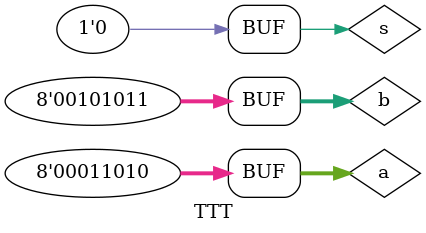
<source format=v>
module TTT;
    reg[7:0] a, b;
    reg s;
    wire[7:0] o;

    A_module am(a, b, s, o);

    initial begin
        a = 8'b11010; b = 8'b101011; s = 1'b0;  
    end
endmodule
</source>
